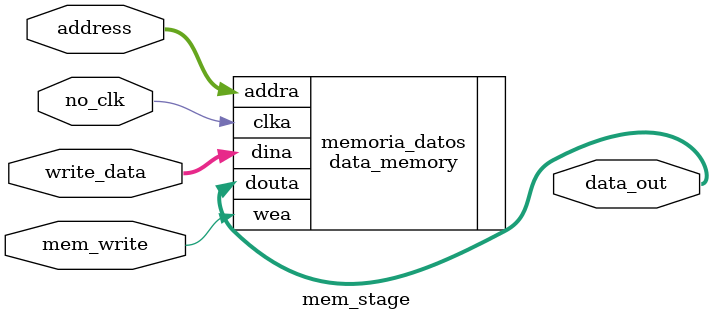
<source format=v>
`timescale 1ns / 1ps
module mem_stage(
	 input no_clk,
	 //input rst,
	 input mem_write,
    input [4:0] address,
    input [31:0] write_data,
    output [31:0] data_out
    );
	 
	 data_memory memoria_datos (
		.clka(no_clk), 
		.wea(mem_write), 
		.addra(address[4:0]), 
		.dina(write_data), 
		.douta(data_out)
	 );
	 
	 
	 /*reg [31:0] data [31:0];
	
	always@(posedge no_clk or posedge rst) begin
		if (rst == 1) begin
			data[0] <= 0;
			data[1] <= 0;
			data[2] <= 0;
			data[3] <= 0;
			data[4] <= 0;
			data[5] <= 0;
			data[6] <= 0;
			data[7] <= 0;
			data[8] <= 0;
			data[9] <= 0;
			data[10] <= 0;
			data[11] <= 0;
			data[12] <= 0;
			data[13] <= 0;
			data[14] <= 0;
			data[15] <= 0;
			data[16] <= 0;
			data[17] <= 0;
			data[18] <= 0;
			data[19] <= 0;
			data[20] <= 0;
			data[21] <= 0;
			data[22] <= 0;
			data[23] <= 0;
			data[24] <= 0;
			data[25] <= 0;
			data[26] <= 0;
			data[27] <= 0;
			data[28] <= 0;
			data[29] <= 0;
			data[30] <= 0;
			data[31] <= 0;
		end
		else begin
			if(mem_write==1) data[address] <= write_data;
			else data_out <= data[address];
		end
	end
	 	*/ 
endmodule

</source>
